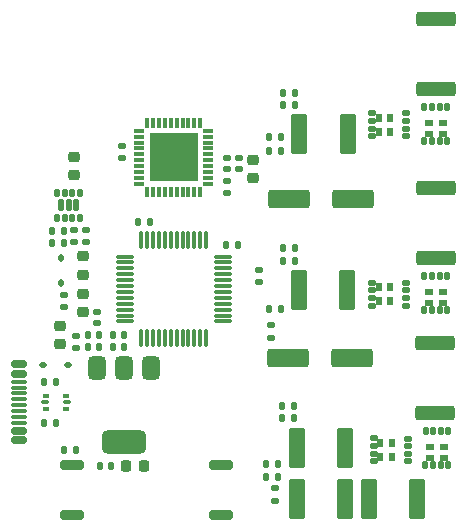
<source format=gbr>
%TF.GenerationSoftware,KiCad,Pcbnew,9.0.2*%
%TF.CreationDate,2025-07-01T21:57:16-05:00*%
%TF.ProjectId,testing3,74657374-696e-4673-932e-6b696361645f,rev?*%
%TF.SameCoordinates,Original*%
%TF.FileFunction,Paste,Top*%
%TF.FilePolarity,Positive*%
%FSLAX46Y46*%
G04 Gerber Fmt 4.6, Leading zero omitted, Abs format (unit mm)*
G04 Created by KiCad (PCBNEW 9.0.2) date 2025-07-01 21:57:16*
%MOMM*%
%LPD*%
G01*
G04 APERTURE LIST*
G04 Aperture macros list*
%AMRoundRect*
0 Rectangle with rounded corners*
0 $1 Rounding radius*
0 $2 $3 $4 $5 $6 $7 $8 $9 X,Y pos of 4 corners*
0 Add a 4 corners polygon primitive as box body*
4,1,4,$2,$3,$4,$5,$6,$7,$8,$9,$2,$3,0*
0 Add four circle primitives for the rounded corners*
1,1,$1+$1,$2,$3*
1,1,$1+$1,$4,$5*
1,1,$1+$1,$6,$7*
1,1,$1+$1,$8,$9*
0 Add four rect primitives between the rounded corners*
20,1,$1+$1,$2,$3,$4,$5,0*
20,1,$1+$1,$4,$5,$6,$7,0*
20,1,$1+$1,$6,$7,$8,$9,0*
20,1,$1+$1,$8,$9,$2,$3,0*%
G04 Aperture macros list end*
%ADD10RoundRect,0.112500X0.112500X-0.187500X0.112500X0.187500X-0.112500X0.187500X-0.112500X-0.187500X0*%
%ADD11RoundRect,0.112500X0.187500X0.112500X-0.187500X0.112500X-0.187500X-0.112500X0.187500X-0.112500X0*%
%ADD12RoundRect,0.200000X0.800000X-0.200000X0.800000X0.200000X-0.800000X0.200000X-0.800000X-0.200000X0*%
%ADD13RoundRect,0.140000X0.170000X-0.140000X0.170000X0.140000X-0.170000X0.140000X-0.170000X-0.140000X0*%
%ADD14RoundRect,0.135000X0.185000X-0.135000X0.185000X0.135000X-0.185000X0.135000X-0.185000X-0.135000X0*%
%ADD15RoundRect,0.249999X0.450001X1.450001X-0.450001X1.450001X-0.450001X-1.450001X0.450001X-1.450001X0*%
%ADD16RoundRect,0.135000X0.135000X0.185000X-0.135000X0.185000X-0.135000X-0.185000X0.135000X-0.185000X0*%
%ADD17R,4.150000X4.150000*%
%ADD18RoundRect,0.018200X0.111800X0.421800X-0.111800X0.421800X-0.111800X-0.421800X0.111800X-0.421800X0*%
%ADD19RoundRect,0.018200X0.421800X0.111800X-0.421800X0.111800X-0.421800X-0.111800X0.421800X-0.111800X0*%
%ADD20RoundRect,0.135000X-0.135000X-0.185000X0.135000X-0.185000X0.135000X0.185000X-0.135000X0.185000X0*%
%ADD21RoundRect,0.140000X-0.170000X0.140000X-0.170000X-0.140000X0.170000X-0.140000X0.170000X0.140000X0*%
%ADD22RoundRect,0.135000X-0.185000X0.135000X-0.185000X-0.135000X0.185000X-0.135000X0.185000X0.135000X0*%
%ADD23RoundRect,0.218750X-0.256250X0.218750X-0.256250X-0.218750X0.256250X-0.218750X0.256250X0.218750X0*%
%ADD24RoundRect,0.140000X0.140000X0.170000X-0.140000X0.170000X-0.140000X-0.170000X0.140000X-0.170000X0*%
%ADD25R,0.738000X0.570000*%
%ADD26RoundRect,0.125000X-0.125000X0.190000X-0.125000X-0.190000X0.125000X-0.190000X0.125000X0.190000X0*%
%ADD27RoundRect,0.093750X-0.156250X-0.093750X0.156250X-0.093750X0.156250X0.093750X-0.156250X0.093750X0*%
%ADD28RoundRect,0.075000X-0.250000X-0.075000X0.250000X-0.075000X0.250000X0.075000X-0.250000X0.075000X0*%
%ADD29RoundRect,0.225000X0.250000X-0.225000X0.250000X0.225000X-0.250000X0.225000X-0.250000X-0.225000X0*%
%ADD30RoundRect,0.225000X-0.250000X0.225000X-0.250000X-0.225000X0.250000X-0.225000X0.250000X0.225000X0*%
%ADD31RoundRect,0.140000X-0.140000X-0.170000X0.140000X-0.170000X0.140000X0.170000X-0.140000X0.170000X0*%
%ADD32RoundRect,0.225000X-0.225000X-0.250000X0.225000X-0.250000X0.225000X0.250000X-0.225000X0.250000X0*%
%ADD33RoundRect,0.250000X-1.425000X0.362500X-1.425000X-0.362500X1.425000X-0.362500X1.425000X0.362500X0*%
%ADD34RoundRect,0.375000X-0.375000X0.625000X-0.375000X-0.625000X0.375000X-0.625000X0.375000X0.625000X0*%
%ADD35RoundRect,0.500000X-1.400000X0.500000X-1.400000X-0.500000X1.400000X-0.500000X1.400000X0.500000X0*%
%ADD36R,0.570000X0.738000*%
%ADD37RoundRect,0.125000X0.190000X0.125000X-0.190000X0.125000X-0.190000X-0.125000X0.190000X-0.125000X0*%
%ADD38RoundRect,0.150000X-0.500000X0.150000X-0.500000X-0.150000X0.500000X-0.150000X0.500000X0.150000X0*%
%ADD39RoundRect,0.075000X-0.575000X0.075000X-0.575000X-0.075000X0.575000X-0.075000X0.575000X0.075000X0*%
%ADD40RoundRect,0.250000X1.500000X0.550000X-1.500000X0.550000X-1.500000X-0.550000X1.500000X-0.550000X0*%
%ADD41RoundRect,0.075000X0.075000X0.662500X-0.075000X0.662500X-0.075000X-0.662500X0.075000X-0.662500X0*%
%ADD42RoundRect,0.075000X0.662500X0.075000X-0.662500X0.075000X-0.662500X-0.075000X0.662500X-0.075000X0*%
%ADD43RoundRect,0.125000X-0.125000X0.187500X-0.125000X-0.187500X0.125000X-0.187500X0.125000X0.187500X0*%
%ADD44RoundRect,0.137500X-0.137500X0.337500X-0.137500X-0.337500X0.137500X-0.337500X0.137500X0.337500X0*%
%ADD45RoundRect,0.249999X-0.450001X-1.450001X0.450001X-1.450001X0.450001X1.450001X-0.450001X1.450001X0*%
G04 APERTURE END LIST*
D10*
%TO.C,D7*%
X203100000Y-110062500D03*
X203100000Y-112162500D03*
%TD*%
D11*
%TO.C,D2*%
X201550000Y-119100000D03*
X203650000Y-119100000D03*
%TD*%
D12*
%TO.C,SW3*%
X204000000Y-127600000D03*
X204000000Y-131800000D03*
%TD*%
%TO.C,SW1*%
X216600000Y-127600000D03*
X216600000Y-131800000D03*
%TD*%
D13*
%TO.C,C6*%
X208200000Y-100620000D03*
X208200000Y-101580000D03*
%TD*%
D14*
%TO.C,R18*%
X220850000Y-115790000D03*
X220850000Y-116810000D03*
%TD*%
D15*
%TO.C,C16*%
X223000000Y-126200000D03*
X227100000Y-126200000D03*
%TD*%
D16*
%TO.C,R21*%
X216990000Y-109000000D03*
X218010000Y-109000000D03*
%TD*%
D17*
%TO.C,U8*%
X212600000Y-101550000D03*
D18*
X214850000Y-104485000D03*
X214350000Y-104485000D03*
X213850000Y-104485000D03*
X213350000Y-104485000D03*
X212850000Y-104485000D03*
X212350000Y-104485000D03*
X211850000Y-104485000D03*
X211350000Y-104485000D03*
X210850000Y-104485000D03*
X210350000Y-104485000D03*
D19*
X209665000Y-103800000D03*
X209665000Y-103300000D03*
X209665000Y-102800000D03*
X209665000Y-102300000D03*
X209665000Y-101800000D03*
X209665000Y-101300000D03*
X209665000Y-100800000D03*
X209665000Y-100300000D03*
X209665000Y-99800000D03*
X209665000Y-99300000D03*
D18*
X210350000Y-98615000D03*
X210850000Y-98615000D03*
X211350000Y-98615000D03*
X211850000Y-98615000D03*
X212350000Y-98615000D03*
X212850000Y-98615000D03*
X213350000Y-98615000D03*
X213850000Y-98615000D03*
X214350000Y-98615000D03*
X214850000Y-98615000D03*
D19*
X215535000Y-99300000D03*
X215535000Y-99800000D03*
X215535000Y-100300000D03*
X215535000Y-100800000D03*
X215535000Y-101300000D03*
X215535000Y-101800000D03*
X215535000Y-102300000D03*
X215535000Y-102800000D03*
X215535000Y-103300000D03*
X215535000Y-103800000D03*
%TD*%
D20*
%TO.C,R9*%
X222800000Y-123600000D03*
X221780000Y-123600000D03*
%TD*%
D21*
%TO.C,C12*%
X205200000Y-108680000D03*
X205200000Y-107720000D03*
%TD*%
D20*
%TO.C,R12*%
X203310000Y-107800000D03*
X202290000Y-107800000D03*
%TD*%
D22*
%TO.C,R22*%
X219800000Y-112110000D03*
X219800000Y-111090000D03*
%TD*%
D20*
%TO.C,R6*%
X202610000Y-120540000D03*
X201590000Y-120540000D03*
%TD*%
D23*
%TO.C,D6*%
X204900000Y-114687500D03*
X204900000Y-113112500D03*
%TD*%
D16*
%TO.C,R13*%
X202290000Y-108800000D03*
X203310000Y-108800000D03*
%TD*%
D20*
%TO.C,R8*%
X222860000Y-109200000D03*
X221840000Y-109200000D03*
%TD*%
D21*
%TO.C,C3*%
X218100000Y-102550000D03*
X218100000Y-101590000D03*
%TD*%
D24*
%TO.C,C19*%
X205320000Y-116600000D03*
X206280000Y-116600000D03*
%TD*%
D25*
%TO.C,Q6*%
X235500000Y-126100000D03*
X234280000Y-126100000D03*
X235500000Y-127050000D03*
X234280000Y-127050000D03*
D26*
X235862500Y-127630000D03*
X235220000Y-127630000D03*
X234560000Y-127630000D03*
X233917500Y-127630000D03*
X235860000Y-124750000D03*
X235220000Y-124750000D03*
X234560000Y-124750000D03*
X233920000Y-124750000D03*
%TD*%
D27*
%TO.C,U3*%
X203450000Y-121752500D03*
D28*
X203525000Y-122290000D03*
D27*
X203450000Y-122827500D03*
X201750000Y-122827500D03*
D28*
X201675000Y-122290000D03*
D27*
X201750000Y-121752500D03*
%TD*%
D29*
%TO.C,C23*%
X203000000Y-115825000D03*
X203000000Y-117375000D03*
%TD*%
D24*
%TO.C,C20*%
X205320000Y-117600000D03*
X206280000Y-117600000D03*
%TD*%
D25*
%TO.C,Q4*%
X235410000Y-112925000D03*
X234190000Y-112925000D03*
X235410000Y-113875000D03*
X234190000Y-113875000D03*
D26*
X235772500Y-114455000D03*
X235130000Y-114455000D03*
X234470000Y-114455000D03*
X233827500Y-114455000D03*
X235770000Y-111575000D03*
X235130000Y-111575000D03*
X234470000Y-111575000D03*
X233830000Y-111575000D03*
%TD*%
D30*
%TO.C,C7*%
X204900000Y-111475000D03*
X204900000Y-109925000D03*
%TD*%
D25*
%TO.C,Q3*%
X235400000Y-98650000D03*
X234180000Y-98650000D03*
X235400000Y-99600000D03*
X234180000Y-99600000D03*
D26*
X235762500Y-100180000D03*
X235120000Y-100180000D03*
X234460000Y-100180000D03*
X233817500Y-100180000D03*
X235760000Y-97300000D03*
X235120000Y-97300000D03*
X234460000Y-97300000D03*
X233820000Y-97300000D03*
%TD*%
D21*
%TO.C,C4*%
X217100000Y-102550000D03*
X217100000Y-101590000D03*
%TD*%
D31*
%TO.C,C22*%
X208380000Y-117600000D03*
X207420000Y-117600000D03*
%TD*%
%TO.C,C21*%
X208380000Y-116600000D03*
X207420000Y-116600000D03*
%TD*%
D20*
%TO.C,R15*%
X221710000Y-114400000D03*
X220690000Y-114400000D03*
%TD*%
D32*
%TO.C,C26*%
X210125000Y-127650000D03*
X208575000Y-127650000D03*
%TD*%
D15*
%TO.C,C15*%
X223200000Y-112800000D03*
X227300000Y-112800000D03*
%TD*%
D30*
%TO.C,C2*%
X219350000Y-103325000D03*
X219350000Y-101775000D03*
%TD*%
D24*
%TO.C,C25*%
X206370000Y-127650000D03*
X207330000Y-127650000D03*
%TD*%
D20*
%TO.C,R16*%
X221410000Y-128600000D03*
X220390000Y-128600000D03*
%TD*%
D13*
%TO.C,C13*%
X206100000Y-114640000D03*
X206100000Y-115600000D03*
%TD*%
D20*
%TO.C,R1*%
X222910000Y-97100000D03*
X221890000Y-97100000D03*
%TD*%
D16*
%TO.C,R27*%
X209590000Y-107050000D03*
X210610000Y-107050000D03*
%TD*%
%TO.C,R28*%
X203340000Y-126300000D03*
X204360000Y-126300000D03*
%TD*%
D33*
%TO.C,R25*%
X234800000Y-104137500D03*
X234800000Y-110062500D03*
%TD*%
D13*
%TO.C,C24*%
X204300000Y-116700000D03*
X204300000Y-117660000D03*
%TD*%
D15*
%TO.C,C14*%
X223250000Y-99600000D03*
X227350000Y-99600000D03*
%TD*%
D16*
%TO.C,R20*%
X220400000Y-127550000D03*
X221420000Y-127550000D03*
%TD*%
D34*
%TO.C,U4*%
X206100000Y-119350000D03*
D35*
X208400000Y-125650000D03*
D34*
X208400000Y-119350000D03*
X210700000Y-119350000D03*
%TD*%
D14*
%TO.C,R17*%
X221200000Y-129590000D03*
X221200000Y-130610000D03*
%TD*%
D20*
%TO.C,R5*%
X202610000Y-124040000D03*
X201590000Y-124040000D03*
%TD*%
D36*
%TO.C,Q2*%
X230950000Y-113740000D03*
X230950000Y-112520000D03*
X230000000Y-113740000D03*
X230000000Y-112520000D03*
D37*
X229420000Y-114102500D03*
X229420000Y-113460000D03*
X229420000Y-112800000D03*
X229420000Y-112157500D03*
X232300000Y-114100000D03*
X232300000Y-113460000D03*
X232300000Y-112800000D03*
X232300000Y-112160000D03*
%TD*%
D38*
%TO.C,J1*%
X199485000Y-119090000D03*
X199485000Y-119890000D03*
D39*
X199485000Y-120540000D03*
X199485000Y-121540000D03*
X199485000Y-123040000D03*
X199485000Y-124040000D03*
D38*
X199485000Y-124690000D03*
X199485000Y-125490000D03*
X199485000Y-125490000D03*
X199485000Y-124690000D03*
D39*
X199485000Y-123540000D03*
X199485000Y-122540000D03*
X199485000Y-122040000D03*
X199485000Y-121040000D03*
D38*
X199485000Y-119890000D03*
X199485000Y-119090000D03*
%TD*%
D16*
%TO.C,R19*%
X220690000Y-99800000D03*
X221710000Y-99800000D03*
%TD*%
D20*
%TO.C,R7*%
X222860000Y-110300000D03*
X221840000Y-110300000D03*
%TD*%
D29*
%TO.C,C11*%
X204200000Y-101525000D03*
X204200000Y-103075000D03*
%TD*%
D14*
%TO.C,R14*%
X204200000Y-107690000D03*
X204200000Y-108710000D03*
%TD*%
D40*
%TO.C,C10*%
X222300000Y-118500000D03*
X227700000Y-118500000D03*
%TD*%
D20*
%TO.C,R2*%
X222910000Y-96100000D03*
X221890000Y-96100000D03*
%TD*%
D33*
%TO.C,R24*%
X234800000Y-89875000D03*
X234800000Y-95800000D03*
%TD*%
D41*
%TO.C,U1*%
X215350000Y-116862500D03*
X214850000Y-116862500D03*
X214350000Y-116862500D03*
X213850000Y-116862500D03*
X213350000Y-116862500D03*
X212850000Y-116862500D03*
X212350000Y-116862500D03*
X211850000Y-116862500D03*
X211350000Y-116862500D03*
X210850000Y-116862500D03*
X210350000Y-116862500D03*
X209850000Y-116862500D03*
D42*
X208437500Y-115450000D03*
X208437500Y-114950000D03*
X208437500Y-114450000D03*
X208437500Y-113950000D03*
X208437500Y-113450000D03*
X208437500Y-112950000D03*
X208437500Y-112450000D03*
X208437500Y-111950000D03*
X208437500Y-111450000D03*
X208437500Y-110950000D03*
X208437500Y-110450000D03*
X208437500Y-109950000D03*
D41*
X209850000Y-108537500D03*
X210350000Y-108537500D03*
X210850000Y-108537500D03*
X211350000Y-108537500D03*
X211850000Y-108537500D03*
X212350000Y-108537500D03*
X212850000Y-108537500D03*
X213350000Y-108537500D03*
X213850000Y-108537500D03*
X214350000Y-108537500D03*
X214850000Y-108537500D03*
X215350000Y-108537500D03*
D42*
X216762500Y-109950000D03*
X216762500Y-110450000D03*
X216762500Y-110950000D03*
X216762500Y-111450000D03*
X216762500Y-111950000D03*
X216762500Y-112450000D03*
X216762500Y-112950000D03*
X216762500Y-113450000D03*
X216762500Y-113950000D03*
X216762500Y-114450000D03*
X216762500Y-114950000D03*
X216762500Y-115450000D03*
%TD*%
D20*
%TO.C,R10*%
X222800000Y-122600000D03*
X221780000Y-122600000D03*
%TD*%
D36*
%TO.C,Q5*%
X231050000Y-126940000D03*
X231050000Y-125720000D03*
X230100000Y-126940000D03*
X230100000Y-125720000D03*
D37*
X229520000Y-127302500D03*
X229520000Y-126660000D03*
X229520000Y-126000000D03*
X229520000Y-125357500D03*
X232400000Y-127300000D03*
X232400000Y-126660000D03*
X232400000Y-126000000D03*
X232400000Y-125360000D03*
%TD*%
D40*
%TO.C,C1*%
X222400000Y-105100000D03*
X227800000Y-105100000D03*
%TD*%
D43*
%TO.C,U9*%
X204675000Y-106662500D03*
X204025000Y-106662500D03*
X203375000Y-106662500D03*
X202725000Y-106662500D03*
X202725000Y-104537500D03*
X203375000Y-104537500D03*
X204025000Y-104537500D03*
X204675000Y-104537500D03*
D44*
X203070000Y-105600000D03*
X203700000Y-105600000D03*
X204330000Y-105600000D03*
%TD*%
D21*
%TO.C,C5*%
X217100000Y-104550000D03*
X217100000Y-103590000D03*
%TD*%
D15*
%TO.C,C18*%
X223000000Y-130500000D03*
X227100000Y-130500000D03*
%TD*%
D33*
%TO.C,R26*%
X234700000Y-117275000D03*
X234700000Y-123200000D03*
%TD*%
D22*
%TO.C,R23*%
X203300000Y-114210000D03*
X203300000Y-113190000D03*
%TD*%
D45*
%TO.C,C17*%
X229100000Y-130500000D03*
X233200000Y-130500000D03*
%TD*%
D36*
%TO.C,Q1*%
X230950000Y-99400000D03*
X230950000Y-98180000D03*
X230000000Y-99400000D03*
X230000000Y-98180000D03*
D37*
X229420000Y-99762500D03*
X229420000Y-99120000D03*
X229420000Y-98460000D03*
X229420000Y-97817500D03*
X232300000Y-99760000D03*
X232300000Y-99120000D03*
X232300000Y-98460000D03*
X232300000Y-97820000D03*
%TD*%
D20*
%TO.C,R11*%
X221720000Y-101000000D03*
X220700000Y-101000000D03*
%TD*%
M02*

</source>
